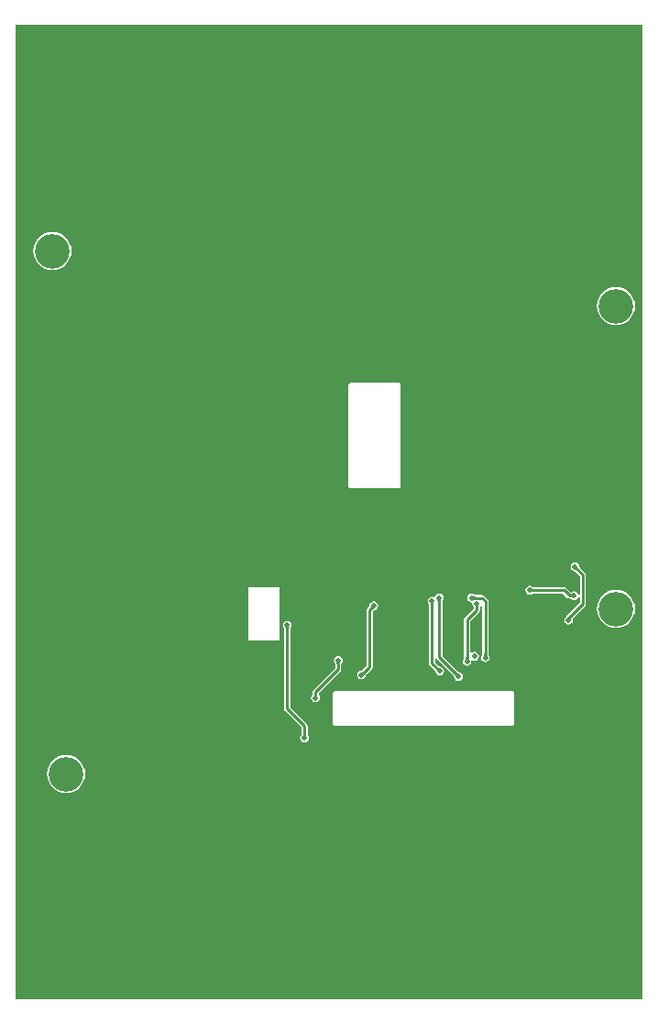
<source format=gbl>
G04*
G04 #@! TF.GenerationSoftware,Altium Limited,Altium Designer,19.0.15 (446)*
G04*
G04 Layer_Physical_Order=2*
G04 Layer_Color=16711680*
%FSLAX25Y25*%
%MOIN*%
G70*
G01*
G75*
%ADD12C,0.01000*%
%ADD81C,0.12598*%
%ADD82C,0.01968*%
%ADD83C,0.01575*%
G36*
X214600Y-176965D02*
X-13347Y-176965D01*
X-13347Y177244D01*
X214600Y177244D01*
Y-176965D01*
D02*
G37*
%LPC*%
G36*
X0Y101933D02*
X-1352Y101799D01*
X-2653Y101405D01*
X-3852Y100764D01*
X-4902Y99902D01*
X-5764Y98852D01*
X-6405Y97653D01*
X-6799Y96352D01*
X-6933Y95000D01*
X-6799Y93647D01*
X-6405Y92347D01*
X-5764Y91149D01*
X-4902Y90098D01*
X-3852Y89236D01*
X-2653Y88595D01*
X-1352Y88201D01*
X0Y88067D01*
X1352Y88201D01*
X2653Y88595D01*
X3852Y89236D01*
X4902Y90098D01*
X5764Y91149D01*
X6405Y92347D01*
X6799Y93647D01*
X6933Y95000D01*
X6799Y96352D01*
X6405Y97653D01*
X5764Y98852D01*
X4902Y99902D01*
X3852Y100764D01*
X2653Y101405D01*
X1352Y101799D01*
X0Y101933D01*
D02*
G37*
G36*
X205000Y81933D02*
X203647Y81799D01*
X202347Y81405D01*
X201149Y80764D01*
X200098Y79902D01*
X199236Y78851D01*
X198595Y77653D01*
X198201Y76353D01*
X198067Y75000D01*
X198201Y73647D01*
X198595Y72347D01*
X199236Y71149D01*
X200098Y70098D01*
X201149Y69236D01*
X202347Y68595D01*
X203647Y68201D01*
X205000Y68067D01*
X206352Y68201D01*
X207653Y68595D01*
X208852Y69236D01*
X209902Y70098D01*
X210764Y71149D01*
X211405Y72347D01*
X211799Y73647D01*
X211933Y75000D01*
X211799Y76353D01*
X211405Y77653D01*
X210764Y78851D01*
X209902Y79902D01*
X208852Y80764D01*
X207653Y81405D01*
X206352Y81799D01*
X205000Y81933D01*
D02*
G37*
G36*
X126102Y47106D02*
X108267D01*
X107808Y46916D01*
X107618Y46457D01*
Y9370D01*
X107808Y8911D01*
X108267Y8720D01*
X126102D01*
X126561Y8911D01*
X126751Y9370D01*
Y46457D01*
X126561Y46916D01*
X126102Y47106D01*
D02*
G37*
G36*
X190078Y-18174D02*
X189460Y-18297D01*
X188936Y-18647D01*
X188586Y-19171D01*
X188463Y-19789D01*
X188586Y-20407D01*
X188936Y-20931D01*
X189460Y-21281D01*
X189968Y-21382D01*
X189973Y-21385D01*
X189982Y-21391D01*
X190000Y-21406D01*
X190009Y-21409D01*
X190016Y-21414D01*
X190032Y-21417D01*
X190035Y-21418D01*
X190054Y-21428D01*
X190084Y-21448D01*
X190117Y-21472D01*
X190229Y-21567D01*
X190291Y-21627D01*
X190356Y-21652D01*
X191792Y-23088D01*
Y-29709D01*
X191292Y-29758D01*
X191256Y-29578D01*
X190906Y-29054D01*
X190382Y-28704D01*
X189764Y-28581D01*
X189146Y-28704D01*
X188715Y-28992D01*
X188710Y-28993D01*
X188699Y-28996D01*
X188676Y-28998D01*
X188667Y-29002D01*
X188659Y-29004D01*
X188645Y-29013D01*
X188643Y-29014D01*
X188622Y-29020D01*
X188587Y-29028D01*
X188555Y-29033D01*
X186965Y-27442D01*
X186601Y-27199D01*
X186172Y-27113D01*
X186171Y-27113D01*
X175144D01*
X175084Y-27086D01*
X174900Y-27079D01*
X174847Y-27074D01*
X174799Y-27066D01*
X174764Y-27059D01*
X174743Y-27052D01*
X174740Y-27051D01*
X174727Y-27042D01*
X174719Y-27040D01*
X174710Y-27036D01*
X174687Y-27034D01*
X174676Y-27032D01*
X174671Y-27030D01*
X174240Y-26743D01*
X173622Y-26620D01*
X173004Y-26743D01*
X172480Y-27093D01*
X172130Y-27617D01*
X172007Y-28235D01*
X172130Y-28853D01*
X172480Y-29377D01*
X173004Y-29727D01*
X173622Y-29850D01*
X174240Y-29727D01*
X174671Y-29440D01*
X174676Y-29438D01*
X174687Y-29436D01*
X174710Y-29434D01*
X174719Y-29429D01*
X174727Y-29428D01*
X174740Y-29419D01*
X174743Y-29418D01*
X174764Y-29411D01*
X174799Y-29404D01*
X174839Y-29397D01*
X174985Y-29386D01*
X175072Y-29384D01*
X175136Y-29357D01*
X185707D01*
X187340Y-30990D01*
X187340Y-30990D01*
X187704Y-31233D01*
X188133Y-31318D01*
X188133Y-31318D01*
X188242D01*
X188302Y-31345D01*
X188486Y-31352D01*
X188539Y-31358D01*
X188587Y-31365D01*
X188622Y-31373D01*
X188643Y-31379D01*
X188645Y-31380D01*
X188659Y-31389D01*
X188667Y-31391D01*
X188676Y-31395D01*
X188699Y-31397D01*
X188710Y-31399D01*
X188715Y-31401D01*
X189146Y-31689D01*
X189764Y-31812D01*
X190382Y-31689D01*
X190906Y-31339D01*
X191256Y-30815D01*
X191292Y-30635D01*
X191792Y-30684D01*
Y-32803D01*
X187654Y-36941D01*
X187580Y-36977D01*
X187261Y-37334D01*
X186963Y-37632D01*
X186869Y-37773D01*
X186821Y-37826D01*
X186809Y-37861D01*
X186614Y-37992D01*
X186264Y-38516D01*
X186141Y-39134D01*
X186264Y-39752D01*
X186614Y-40276D01*
X187138Y-40626D01*
X187756Y-40749D01*
X188374Y-40626D01*
X188898Y-40276D01*
X189248Y-39752D01*
X189371Y-39134D01*
X189257Y-38558D01*
X189282Y-38527D01*
X189338Y-38469D01*
X189352Y-38432D01*
X189386Y-38412D01*
X189397Y-38370D01*
X193706Y-34061D01*
X193706Y-34061D01*
X193950Y-33697D01*
X194035Y-33268D01*
Y-22624D01*
X194035Y-22624D01*
X193950Y-22195D01*
X193706Y-21831D01*
X193706Y-21831D01*
X191948Y-20072D01*
X191925Y-20010D01*
X191799Y-19875D01*
X191765Y-19834D01*
X191737Y-19795D01*
X191718Y-19765D01*
X191707Y-19746D01*
X191706Y-19743D01*
X191703Y-19727D01*
X191698Y-19720D01*
X191695Y-19711D01*
X191681Y-19693D01*
X191674Y-19683D01*
X191672Y-19679D01*
X191571Y-19171D01*
X191221Y-18647D01*
X190697Y-18297D01*
X190078Y-18174D01*
D02*
G37*
G36*
X140669Y-29408D02*
X140051Y-29531D01*
X139527Y-29881D01*
X139192Y-30382D01*
X139054Y-30538D01*
X138728Y-30673D01*
X138110Y-30550D01*
X137492Y-30673D01*
X136968Y-31023D01*
X136618Y-31547D01*
X136495Y-32165D01*
X136618Y-32783D01*
X136906Y-33214D01*
X136907Y-33219D01*
X136909Y-33230D01*
X136911Y-33253D01*
X136916Y-33262D01*
X136917Y-33270D01*
X136926Y-33284D01*
X136928Y-33286D01*
X136934Y-33307D01*
X136942Y-33342D01*
X136948Y-33382D01*
X136959Y-33529D01*
X136961Y-33615D01*
X136989Y-33679D01*
Y-54803D01*
X136989Y-54803D01*
X137074Y-55232D01*
X137317Y-55596D01*
X139076Y-57354D01*
X139099Y-57416D01*
X139224Y-57551D01*
X139258Y-57593D01*
X139286Y-57632D01*
X139305Y-57662D01*
X139316Y-57681D01*
X139317Y-57684D01*
X139320Y-57700D01*
X139325Y-57707D01*
X139328Y-57716D01*
X139343Y-57734D01*
X139349Y-57743D01*
X139352Y-57748D01*
X139453Y-58256D01*
X139803Y-58780D01*
X140327Y-59130D01*
X140945Y-59253D01*
X141563Y-59130D01*
X142087Y-58780D01*
X142437Y-58256D01*
X142560Y-57638D01*
X142437Y-57020D01*
X142087Y-56496D01*
X141563Y-56146D01*
X141055Y-56045D01*
X141050Y-56042D01*
X141041Y-56036D01*
X141023Y-56021D01*
X141014Y-56018D01*
X141007Y-56013D01*
X140991Y-56010D01*
X140988Y-56009D01*
X140969Y-55998D01*
X140939Y-55979D01*
X140906Y-55955D01*
X140795Y-55860D01*
X140732Y-55800D01*
X140668Y-55774D01*
X139232Y-54339D01*
Y-53248D01*
X139732Y-53097D01*
X139876Y-53312D01*
X145847Y-59284D01*
X145870Y-59345D01*
X145996Y-59481D01*
X146029Y-59522D01*
X146058Y-59561D01*
X146077Y-59591D01*
X146088Y-59610D01*
X146089Y-59613D01*
X146092Y-59629D01*
X146097Y-59636D01*
X146100Y-59645D01*
X146114Y-59663D01*
X146121Y-59672D01*
X146123Y-59677D01*
X146224Y-60185D01*
X146574Y-60709D01*
X147098Y-61059D01*
X147716Y-61182D01*
X148335Y-61059D01*
X148859Y-60709D01*
X149209Y-60185D01*
X149332Y-59567D01*
X149209Y-58949D01*
X148859Y-58425D01*
X148335Y-58075D01*
X147827Y-57974D01*
X147822Y-57971D01*
X147813Y-57965D01*
X147795Y-57950D01*
X147786Y-57947D01*
X147779Y-57942D01*
X147763Y-57939D01*
X147760Y-57938D01*
X147741Y-57928D01*
X147711Y-57908D01*
X147678Y-57884D01*
X147566Y-57789D01*
X147504Y-57729D01*
X147439Y-57704D01*
X141791Y-52055D01*
Y-32546D01*
X141818Y-32486D01*
X141825Y-32302D01*
X141830Y-32248D01*
X141838Y-32200D01*
X141845Y-32166D01*
X141852Y-32145D01*
X141853Y-32142D01*
X141862Y-32128D01*
X141863Y-32120D01*
X141868Y-32111D01*
X141870Y-32089D01*
X141872Y-32077D01*
X141874Y-32072D01*
X142161Y-31642D01*
X142284Y-31024D01*
X142161Y-30405D01*
X141811Y-29881D01*
X141287Y-29531D01*
X140669Y-29408D01*
D02*
G37*
G36*
X205000Y-28067D02*
X203647Y-28201D01*
X202347Y-28595D01*
X201149Y-29236D01*
X200098Y-30098D01*
X199236Y-31148D01*
X198595Y-32347D01*
X198201Y-33648D01*
X198067Y-35000D01*
X198201Y-36353D01*
X198595Y-37653D01*
X199236Y-38851D01*
X200098Y-39902D01*
X201149Y-40764D01*
X202347Y-41405D01*
X203647Y-41799D01*
X205000Y-41933D01*
X206352Y-41799D01*
X207653Y-41405D01*
X208852Y-40764D01*
X209902Y-39902D01*
X210764Y-38851D01*
X211405Y-37653D01*
X211799Y-36353D01*
X211933Y-35000D01*
X211799Y-33648D01*
X211405Y-32347D01*
X210764Y-31148D01*
X209902Y-30098D01*
X208852Y-29236D01*
X207653Y-28595D01*
X206352Y-28201D01*
X205000Y-28067D01*
D02*
G37*
G36*
X82756Y-27047D02*
X82717Y-27087D01*
X71260D01*
Y-46417D01*
X82756D01*
Y-27047D01*
D02*
G37*
G36*
X152530Y-29487D02*
X151912Y-29610D01*
X151388Y-29960D01*
X151038Y-30484D01*
X150915Y-31102D01*
X151038Y-31721D01*
X151388Y-32245D01*
X151912Y-32595D01*
X152530Y-32718D01*
X152782Y-33177D01*
X152756Y-33307D01*
X152879Y-33925D01*
X153166Y-34356D01*
X153168Y-34361D01*
X153171Y-34372D01*
X153172Y-34395D01*
X153177Y-34404D01*
X153178Y-34412D01*
X153188Y-34425D01*
X153189Y-34428D01*
X153195Y-34449D01*
X153202Y-34484D01*
X153209Y-34524D01*
X153220Y-34670D01*
X153222Y-34757D01*
X153250Y-34821D01*
Y-34928D01*
X149994Y-38183D01*
X149751Y-38547D01*
X149666Y-38976D01*
X149666Y-38976D01*
Y-52553D01*
X149638Y-52613D01*
X149632Y-52797D01*
X149626Y-52850D01*
X149619Y-52898D01*
X149611Y-52933D01*
X149605Y-52954D01*
X149604Y-52956D01*
X149595Y-52970D01*
X149593Y-52978D01*
X149589Y-52987D01*
X149587Y-53010D01*
X149584Y-53021D01*
X149583Y-53026D01*
X149295Y-53457D01*
X149172Y-54075D01*
X149295Y-54693D01*
X149645Y-55217D01*
X150169Y-55567D01*
X150787Y-55690D01*
X151406Y-55567D01*
X151930Y-55217D01*
X152280Y-54693D01*
X152403Y-54075D01*
X152380Y-53960D01*
X152830Y-53660D01*
X152886Y-53697D01*
X153504Y-53820D01*
X154122Y-53697D01*
X154646Y-53347D01*
X154996Y-52823D01*
X155119Y-52205D01*
X154996Y-51587D01*
X154646Y-51063D01*
X154122Y-50712D01*
X153504Y-50589D01*
X152886Y-50712D01*
X152409Y-51031D01*
X152187Y-50977D01*
X151909Y-50840D01*
Y-39441D01*
X155164Y-36186D01*
X155164Y-36186D01*
X155407Y-35822D01*
X155493Y-35393D01*
X155493Y-35392D01*
Y-34829D01*
X155520Y-34769D01*
X155527Y-34585D01*
X155533Y-34532D01*
X155540Y-34484D01*
X155548Y-34449D01*
X155554Y-34428D01*
X155555Y-34425D01*
X155564Y-34412D01*
X155566Y-34404D01*
X155570Y-34395D01*
X155572Y-34372D01*
X155574Y-34361D01*
X155576Y-34356D01*
X155863Y-33925D01*
X156358Y-34000D01*
Y-51234D01*
X156331Y-51294D01*
X156324Y-51478D01*
X156319Y-51531D01*
X156311Y-51579D01*
X156304Y-51614D01*
X156297Y-51635D01*
X156296Y-51638D01*
X156287Y-51651D01*
X156286Y-51659D01*
X156281Y-51668D01*
X156279Y-51691D01*
X156277Y-51702D01*
X156275Y-51707D01*
X155988Y-52138D01*
X155865Y-52756D01*
X155988Y-53374D01*
X156338Y-53898D01*
X156862Y-54248D01*
X157480Y-54371D01*
X158098Y-54248D01*
X158622Y-53898D01*
X158972Y-53374D01*
X159095Y-52756D01*
X158972Y-52138D01*
X158685Y-51707D01*
X158683Y-51702D01*
X158681Y-51691D01*
X158679Y-51668D01*
X158674Y-51659D01*
X158673Y-51651D01*
X158664Y-51637D01*
X158663Y-51635D01*
X158656Y-51614D01*
X158649Y-51579D01*
X158642Y-51539D01*
X158631Y-51393D01*
X158629Y-51306D01*
X158601Y-51242D01*
Y-32283D01*
X158602Y-32283D01*
X158516Y-31854D01*
X158273Y-31490D01*
X157092Y-30309D01*
X156728Y-30066D01*
X156299Y-29981D01*
X156299Y-29981D01*
X154052D01*
X153992Y-29953D01*
X153808Y-29947D01*
X153754Y-29941D01*
X153707Y-29934D01*
X153672Y-29926D01*
X153651Y-29920D01*
X153648Y-29919D01*
X153635Y-29910D01*
X153626Y-29908D01*
X153618Y-29904D01*
X153595Y-29902D01*
X153584Y-29899D01*
X153578Y-29898D01*
X153148Y-29610D01*
X152530Y-29487D01*
D02*
G37*
G36*
X116929Y-32243D02*
X116311Y-32366D01*
X115787Y-32716D01*
X115437Y-33240D01*
X115314Y-33858D01*
X115315Y-33865D01*
X115313Y-33869D01*
X115309Y-33883D01*
X115305Y-33890D01*
X115303Y-33900D01*
X115297Y-33912D01*
X115281Y-33938D01*
X115260Y-33968D01*
X115169Y-34076D01*
X115110Y-34137D01*
X115103Y-34154D01*
X115087Y-34162D01*
X115069Y-34218D01*
X114561Y-34725D01*
X114318Y-35089D01*
X114233Y-35518D01*
X114233Y-35518D01*
Y-55598D01*
X112685Y-57146D01*
X112623Y-57169D01*
X112488Y-57295D01*
X112446Y-57329D01*
X112407Y-57357D01*
X112377Y-57376D01*
X112358Y-57387D01*
X112355Y-57388D01*
X112339Y-57391D01*
X112332Y-57396D01*
X112323Y-57399D01*
X112306Y-57414D01*
X112296Y-57420D01*
X112291Y-57423D01*
X111783Y-57523D01*
X111259Y-57874D01*
X110909Y-58398D01*
X110786Y-59016D01*
X110909Y-59634D01*
X111259Y-60158D01*
X111783Y-60508D01*
X112402Y-60631D01*
X113020Y-60508D01*
X113544Y-60158D01*
X113894Y-59634D01*
X113995Y-59126D01*
X113997Y-59121D01*
X114004Y-59112D01*
X114018Y-59094D01*
X114022Y-59085D01*
X114026Y-59078D01*
X114029Y-59062D01*
X114031Y-59059D01*
X114041Y-59040D01*
X114060Y-59010D01*
X114084Y-58977D01*
X114179Y-58865D01*
X114240Y-58803D01*
X114265Y-58738D01*
X116147Y-56856D01*
X116147Y-56856D01*
X116391Y-56492D01*
X116476Y-56063D01*
Y-35983D01*
X116722Y-35737D01*
X116787Y-35711D01*
X116851Y-35649D01*
X116966Y-35549D01*
X117002Y-35522D01*
X117035Y-35500D01*
X117058Y-35487D01*
X117068Y-35482D01*
X117087Y-35477D01*
X117094Y-35472D01*
X117099Y-35470D01*
X117110Y-35460D01*
X117128Y-35446D01*
X117162Y-35427D01*
X117547Y-35351D01*
X118071Y-35001D01*
X118421Y-34476D01*
X118544Y-33858D01*
X118421Y-33240D01*
X118071Y-32716D01*
X117547Y-32366D01*
X116929Y-32243D01*
D02*
G37*
G36*
X103967Y-52056D02*
X103349Y-52179D01*
X102825Y-52529D01*
X102474Y-53053D01*
X102351Y-53671D01*
X102474Y-54289D01*
X102762Y-54720D01*
X102764Y-54725D01*
X102766Y-54736D01*
X102768Y-54759D01*
X102772Y-54768D01*
X102774Y-54776D01*
X102783Y-54789D01*
X102784Y-54792D01*
X102790Y-54813D01*
X102798Y-54848D01*
X102804Y-54888D01*
X102816Y-55034D01*
X102817Y-55121D01*
X102845Y-55185D01*
Y-56514D01*
X94876Y-64482D01*
X94633Y-64846D01*
X94548Y-65276D01*
X94548Y-65276D01*
Y-65801D01*
X94520Y-65861D01*
X94513Y-66045D01*
X94508Y-66098D01*
X94500Y-66146D01*
X94493Y-66181D01*
X94487Y-66202D01*
X94486Y-66205D01*
X94476Y-66218D01*
X94475Y-66226D01*
X94470Y-66235D01*
X94469Y-66258D01*
X94466Y-66269D01*
X94464Y-66274D01*
X94177Y-66705D01*
X94054Y-67323D01*
X94177Y-67941D01*
X94527Y-68465D01*
X95051Y-68815D01*
X95669Y-68938D01*
X96287Y-68815D01*
X96811Y-68465D01*
X97162Y-67941D01*
X97285Y-67323D01*
X97162Y-66705D01*
X96874Y-66274D01*
X96872Y-66269D01*
X96870Y-66258D01*
X96868Y-66235D01*
X96864Y-66226D01*
X96862Y-66218D01*
X96853Y-66205D01*
X96852Y-66202D01*
X96846Y-66181D01*
X96838Y-66146D01*
X96832Y-66106D01*
X96820Y-65960D01*
X96819Y-65873D01*
X96791Y-65809D01*
Y-65740D01*
X104760Y-57771D01*
X104760Y-57771D01*
X105003Y-57407D01*
X105088Y-56978D01*
X105088Y-56978D01*
Y-55193D01*
X105116Y-55133D01*
X105123Y-54949D01*
X105128Y-54896D01*
X105136Y-54848D01*
X105143Y-54813D01*
X105149Y-54792D01*
X105150Y-54789D01*
X105160Y-54776D01*
X105161Y-54768D01*
X105166Y-54759D01*
X105168Y-54736D01*
X105170Y-54725D01*
X105172Y-54720D01*
X105459Y-54289D01*
X105582Y-53671D01*
X105459Y-53053D01*
X105109Y-52529D01*
X104585Y-52179D01*
X103967Y-52056D01*
D02*
G37*
G36*
X167423Y-64902D02*
X102616Y-64902D01*
X102156Y-65092D01*
X101966Y-65551D01*
Y-76772D01*
X102156Y-77231D01*
X102616Y-77421D01*
X167423D01*
X167882Y-77231D01*
X168072Y-76772D01*
Y-65551D01*
X167882Y-65092D01*
X167423Y-64902D01*
D02*
G37*
G36*
X85433Y-39329D02*
X84815Y-39452D01*
X84291Y-39803D01*
X83941Y-40327D01*
X83818Y-40945D01*
X83941Y-41563D01*
X84228Y-41993D01*
X84230Y-41999D01*
X84232Y-42010D01*
X84234Y-42033D01*
X84238Y-42041D01*
X84240Y-42050D01*
X84249Y-42063D01*
X84250Y-42066D01*
X84257Y-42087D01*
X84264Y-42121D01*
X84270Y-42162D01*
X84282Y-42308D01*
X84284Y-42395D01*
X84311Y-42459D01*
Y-71260D01*
X84311Y-71260D01*
X84397Y-71689D01*
X84640Y-72053D01*
X90571Y-77984D01*
Y-80368D01*
X90544Y-80427D01*
X90537Y-80612D01*
X90532Y-80665D01*
X90524Y-80713D01*
X90517Y-80748D01*
X90510Y-80769D01*
X90509Y-80771D01*
X90500Y-80785D01*
X90499Y-80793D01*
X90494Y-80802D01*
X90492Y-80825D01*
X90490Y-80836D01*
X90488Y-80841D01*
X90201Y-81272D01*
X90078Y-81890D01*
X90201Y-82508D01*
X90551Y-83032D01*
X91075Y-83382D01*
X91693Y-83505D01*
X92311Y-83382D01*
X92835Y-83032D01*
X93185Y-82508D01*
X93308Y-81890D01*
X93185Y-81272D01*
X92898Y-80841D01*
X92896Y-80836D01*
X92894Y-80825D01*
X92892Y-80802D01*
X92887Y-80793D01*
X92886Y-80785D01*
X92877Y-80771D01*
X92875Y-80769D01*
X92869Y-80748D01*
X92862Y-80713D01*
X92855Y-80673D01*
X92844Y-80526D01*
X92842Y-80440D01*
X92814Y-80376D01*
Y-77520D01*
X92814Y-77520D01*
X92729Y-77091D01*
X92486Y-76727D01*
X92486Y-76727D01*
X86554Y-70795D01*
Y-42467D01*
X86582Y-42407D01*
X86589Y-42223D01*
X86594Y-42169D01*
X86602Y-42121D01*
X86609Y-42087D01*
X86616Y-42066D01*
X86617Y-42063D01*
X86626Y-42050D01*
X86627Y-42041D01*
X86632Y-42033D01*
X86634Y-42010D01*
X86636Y-41999D01*
X86638Y-41993D01*
X86925Y-41563D01*
X87048Y-40945D01*
X86925Y-40327D01*
X86575Y-39803D01*
X86051Y-39452D01*
X85433Y-39329D01*
D02*
G37*
G36*
X5000Y-88067D02*
X3647Y-88201D01*
X2347Y-88595D01*
X1149Y-89236D01*
X98Y-90098D01*
X-764Y-91149D01*
X-1405Y-92347D01*
X-1799Y-93647D01*
X-1933Y-95000D01*
X-1799Y-96352D01*
X-1405Y-97653D01*
X-764Y-98852D01*
X98Y-99902D01*
X1149Y-100764D01*
X2347Y-101405D01*
X3647Y-101799D01*
X5000Y-101933D01*
X6352Y-101799D01*
X7653Y-101405D01*
X8851Y-100764D01*
X9902Y-99902D01*
X10764Y-98852D01*
X11405Y-97653D01*
X11799Y-96352D01*
X11933Y-95000D01*
X11799Y-93647D01*
X11405Y-92347D01*
X10764Y-91149D01*
X9902Y-90098D01*
X8851Y-89236D01*
X7653Y-88595D01*
X6352Y-88201D01*
X5000Y-88067D01*
D02*
G37*
%LPD*%
G36*
X191066Y-19853D02*
X191077Y-19910D01*
X191096Y-19969D01*
X191123Y-20030D01*
X191158Y-20095D01*
X191200Y-20161D01*
X191251Y-20230D01*
X191309Y-20302D01*
X191449Y-20452D01*
X190742Y-21160D01*
X190665Y-21086D01*
X190520Y-20961D01*
X190451Y-20911D01*
X190384Y-20868D01*
X190320Y-20834D01*
X190258Y-20807D01*
X190199Y-20788D01*
X190142Y-20777D01*
X190088Y-20773D01*
X191063Y-19799D01*
X191066Y-19853D01*
D02*
G37*
G36*
X174366Y-27582D02*
X174414Y-27614D01*
X174469Y-27642D01*
X174531Y-27667D01*
X174601Y-27688D01*
X174679Y-27705D01*
X174763Y-27718D01*
X174855Y-27727D01*
X175060Y-27735D01*
Y-28735D01*
X174954Y-28737D01*
X174763Y-28752D01*
X174679Y-28765D01*
X174601Y-28782D01*
X174531Y-28803D01*
X174469Y-28828D01*
X174414Y-28856D01*
X174366Y-28888D01*
X174325Y-28924D01*
Y-27546D01*
X174366Y-27582D01*
D02*
G37*
G36*
X189061Y-30885D02*
X189020Y-30849D01*
X188972Y-30817D01*
X188917Y-30789D01*
X188854Y-30764D01*
X188784Y-30744D01*
X188707Y-30727D01*
X188623Y-30713D01*
X188531Y-30704D01*
X188325Y-30696D01*
Y-29696D01*
X188432Y-29695D01*
X188623Y-29679D01*
X188707Y-29666D01*
X188784Y-29649D01*
X188854Y-29628D01*
X188917Y-29604D01*
X188972Y-29575D01*
X189020Y-29543D01*
X189061Y-29507D01*
Y-30885D01*
D02*
G37*
G36*
X188869Y-38019D02*
X188795Y-38097D01*
X188678Y-38241D01*
X188635Y-38307D01*
X188603Y-38369D01*
X188581Y-38428D01*
X188569Y-38482D01*
X188568Y-38533D01*
X188578Y-38581D01*
X188598Y-38624D01*
X187306Y-38259D01*
X188065Y-37409D01*
X188869Y-38019D01*
D02*
G37*
G36*
X141322Y-31767D02*
X141290Y-31815D01*
X141262Y-31870D01*
X141237Y-31933D01*
X141216Y-32003D01*
X141199Y-32080D01*
X141186Y-32165D01*
X141177Y-32256D01*
X141169Y-32462D01*
X140169D01*
X140167Y-32355D01*
X140152Y-32165D01*
X140139Y-32080D01*
X140122Y-32003D01*
X140101Y-31933D01*
X140076Y-31870D01*
X140048Y-31815D01*
X140016Y-31767D01*
X139980Y-31727D01*
X141358D01*
X141322Y-31767D01*
D02*
G37*
G36*
X138763Y-32909D02*
X138731Y-32957D01*
X138703Y-33012D01*
X138678Y-33075D01*
X138657Y-33145D01*
X138640Y-33222D01*
X138627Y-33306D01*
X138618Y-33398D01*
X138610Y-33604D01*
X137610D01*
X137608Y-33497D01*
X137593Y-33306D01*
X137580Y-33222D01*
X137563Y-33145D01*
X137542Y-33075D01*
X137518Y-33012D01*
X137489Y-32957D01*
X137457Y-32909D01*
X137421Y-32868D01*
X138799D01*
X138763Y-32909D01*
D02*
G37*
G36*
X140358Y-56341D02*
X140504Y-56465D01*
X140573Y-56516D01*
X140639Y-56558D01*
X140703Y-56593D01*
X140765Y-56620D01*
X140824Y-56639D01*
X140881Y-56650D01*
X140935Y-56654D01*
X139961Y-57628D01*
X139957Y-57574D01*
X139946Y-57517D01*
X139927Y-57458D01*
X139900Y-57396D01*
X139865Y-57332D01*
X139823Y-57266D01*
X139772Y-57196D01*
X139714Y-57125D01*
X139574Y-56974D01*
X140281Y-56267D01*
X140358Y-56341D01*
D02*
G37*
G36*
X147130Y-58270D02*
X147275Y-58394D01*
X147344Y-58445D01*
X147411Y-58487D01*
X147475Y-58522D01*
X147537Y-58549D01*
X147596Y-58568D01*
X147652Y-58579D01*
X147707Y-58583D01*
X146732Y-59557D01*
X146729Y-59503D01*
X146718Y-59446D01*
X146699Y-59387D01*
X146672Y-59325D01*
X146637Y-59261D01*
X146595Y-59195D01*
X146544Y-59126D01*
X146486Y-59054D01*
X146346Y-58903D01*
X147053Y-58196D01*
X147130Y-58270D01*
D02*
G37*
G36*
X153273Y-30449D02*
X153321Y-30481D01*
X153377Y-30510D01*
X153439Y-30534D01*
X153509Y-30555D01*
X153586Y-30572D01*
X153671Y-30585D01*
X153763Y-30595D01*
X153968Y-30602D01*
Y-31602D01*
X153862Y-31604D01*
X153671Y-31619D01*
X153586Y-31633D01*
X153509Y-31650D01*
X153439Y-31670D01*
X153377Y-31695D01*
X153321Y-31723D01*
X153273Y-31755D01*
X153233Y-31791D01*
Y-30413D01*
X153273Y-30449D01*
D02*
G37*
G36*
X155024Y-34051D02*
X154992Y-34099D01*
X154964Y-34154D01*
X154939Y-34216D01*
X154918Y-34286D01*
X154901Y-34364D01*
X154888Y-34448D01*
X154879Y-34540D01*
X154871Y-34745D01*
X153871D01*
X153869Y-34639D01*
X153854Y-34448D01*
X153841Y-34364D01*
X153824Y-34286D01*
X153803Y-34216D01*
X153779Y-34154D01*
X153750Y-34099D01*
X153718Y-34051D01*
X153682Y-34010D01*
X155060D01*
X155024Y-34051D01*
D02*
G37*
G36*
X157982Y-51424D02*
X157997Y-51615D01*
X158010Y-51699D01*
X158027Y-51776D01*
X158048Y-51846D01*
X158073Y-51909D01*
X158101Y-51964D01*
X158133Y-52012D01*
X158169Y-52053D01*
X156791D01*
X156827Y-52012D01*
X156859Y-51964D01*
X156887Y-51909D01*
X156912Y-51846D01*
X156933Y-51776D01*
X156950Y-51699D01*
X156963Y-51615D01*
X156972Y-51523D01*
X156980Y-51318D01*
X157980D01*
X157982Y-51424D01*
D02*
G37*
G36*
X151289Y-52743D02*
X151304Y-52934D01*
X151318Y-53018D01*
X151335Y-53095D01*
X151355Y-53165D01*
X151380Y-53228D01*
X151408Y-53283D01*
X151441Y-53331D01*
X151476Y-53372D01*
X150098D01*
X150134Y-53331D01*
X150166Y-53283D01*
X150195Y-53228D01*
X150219Y-53165D01*
X150240Y-53095D01*
X150257Y-53018D01*
X150270Y-52934D01*
X150280Y-52842D01*
X150287Y-52636D01*
X151287D01*
X151289Y-52743D01*
D02*
G37*
G36*
X116980Y-34841D02*
X116927Y-34848D01*
X116873Y-34861D01*
X116815Y-34883D01*
X116755Y-34912D01*
X116692Y-34949D01*
X116626Y-34993D01*
X116557Y-35044D01*
X116412Y-35170D01*
X116335Y-35244D01*
X115578Y-34588D01*
X115652Y-34511D01*
X115775Y-34365D01*
X115824Y-34295D01*
X115865Y-34228D01*
X115898Y-34164D01*
X115922Y-34101D01*
X115939Y-34041D01*
X115947Y-33984D01*
X115947Y-33928D01*
X116980Y-34841D01*
D02*
G37*
G36*
X113772Y-58352D02*
X113698Y-58429D01*
X113574Y-58574D01*
X113524Y-58644D01*
X113481Y-58710D01*
X113446Y-58774D01*
X113419Y-58836D01*
X113400Y-58895D01*
X113389Y-58952D01*
X113386Y-59006D01*
X112411Y-58032D01*
X112466Y-58028D01*
X112522Y-58017D01*
X112581Y-57998D01*
X112643Y-57971D01*
X112707Y-57936D01*
X112774Y-57894D01*
X112843Y-57843D01*
X112914Y-57785D01*
X113065Y-57645D01*
X113772Y-58352D01*
D02*
G37*
G36*
X104620Y-54415D02*
X104588Y-54463D01*
X104559Y-54518D01*
X104535Y-54580D01*
X104514Y-54650D01*
X104497Y-54728D01*
X104484Y-54812D01*
X104474Y-54904D01*
X104467Y-55109D01*
X103467D01*
X103465Y-55003D01*
X103450Y-54812D01*
X103437Y-54728D01*
X103420Y-54650D01*
X103399Y-54580D01*
X103374Y-54518D01*
X103346Y-54463D01*
X103314Y-54415D01*
X103278Y-54374D01*
X104656D01*
X104620Y-54415D01*
D02*
G37*
G36*
X96171Y-65991D02*
X96186Y-66182D01*
X96200Y-66266D01*
X96216Y-66343D01*
X96237Y-66413D01*
X96262Y-66476D01*
X96290Y-66531D01*
X96322Y-66579D01*
X96358Y-66620D01*
X94980D01*
X95016Y-66579D01*
X95048Y-66531D01*
X95077Y-66476D01*
X95101Y-66413D01*
X95122Y-66343D01*
X95139Y-66266D01*
X95152Y-66182D01*
X95162Y-66090D01*
X95169Y-65885D01*
X96169D01*
X96171Y-65991D01*
D02*
G37*
G36*
X86086Y-41688D02*
X86054Y-41736D01*
X86026Y-41792D01*
X86001Y-41854D01*
X85980Y-41924D01*
X85963Y-42001D01*
X85950Y-42086D01*
X85940Y-42178D01*
X85933Y-42383D01*
X84933D01*
X84931Y-42277D01*
X84916Y-42086D01*
X84903Y-42001D01*
X84886Y-41924D01*
X84865Y-41854D01*
X84840Y-41792D01*
X84812Y-41736D01*
X84780Y-41688D01*
X84744Y-41648D01*
X86122D01*
X86086Y-41688D01*
D02*
G37*
G36*
X92195Y-80558D02*
X92210Y-80749D01*
X92223Y-80833D01*
X92240Y-80910D01*
X92261Y-80980D01*
X92286Y-81043D01*
X92314Y-81098D01*
X92346Y-81146D01*
X92382Y-81187D01*
X91004D01*
X91040Y-81146D01*
X91072Y-81098D01*
X91100Y-81043D01*
X91125Y-80980D01*
X91146Y-80910D01*
X91163Y-80833D01*
X91176Y-80749D01*
X91185Y-80657D01*
X91193Y-80451D01*
X92193D01*
X92195Y-80558D01*
D02*
G37*
D12*
X95669Y-65276D02*
X103967Y-56978D01*
Y-53671D01*
X140669Y-52519D02*
X147716Y-59567D01*
X140669Y-52519D02*
Y-31024D01*
X138110Y-54803D02*
Y-32165D01*
Y-54803D02*
X140945Y-57638D01*
X150787Y-38976D02*
X154371Y-35393D01*
Y-33307D01*
X187756Y-39134D02*
Y-38425D01*
X192913Y-33268D01*
X95669Y-67323D02*
Y-65276D01*
X91693Y-81890D02*
Y-77520D01*
X85433Y-71260D02*
X91693Y-77520D01*
X85433Y-71260D02*
Y-40945D01*
X188133Y-30196D02*
X189764D01*
X186172Y-28235D02*
X188133Y-30196D01*
X173622Y-28235D02*
X186172D01*
X190078Y-19789D02*
X192913Y-22624D01*
Y-33268D02*
Y-22624D01*
X152530Y-31102D02*
X156299D01*
X157480Y-32283D01*
Y-52756D02*
Y-32283D01*
X150787Y-54075D02*
Y-38976D01*
X112402Y-59016D02*
X115354Y-56063D01*
Y-35518D02*
X116929Y-33944D01*
X115354Y-56063D02*
Y-35518D01*
X116929Y-33944D02*
Y-33858D01*
D81*
X5000Y-95000D02*
D03*
X0Y95000D02*
D03*
X205000Y-35000D02*
D03*
Y75000D02*
D03*
D82*
X131260Y-94095D02*
D03*
X148568Y-40945D02*
D03*
X142960Y-41043D02*
D03*
X82756Y-48581D02*
D03*
X103967Y-53671D02*
D03*
X193701Y-5591D02*
D03*
X180630Y5118D02*
D03*
X148123Y-3740D02*
D03*
X148425Y-18647D02*
D03*
X160567Y-22624D02*
D03*
X160423Y-15994D02*
D03*
X175809Y-33268D02*
D03*
X165771Y-33096D02*
D03*
X213071Y-21621D02*
D03*
Y-44488D02*
D03*
X183839Y-95990D02*
D03*
X181988Y-111269D02*
D03*
X168789Y-120866D02*
D03*
X152380Y-120472D02*
D03*
X139876Y-120866D02*
D03*
X117068D02*
D03*
X103543D02*
D03*
X94272D02*
D03*
X85000D02*
D03*
X75197D02*
D03*
X64567Y-120472D02*
D03*
X51968D02*
D03*
X35251Y-109319D02*
D03*
X108866Y80500D02*
D03*
X90732Y50394D02*
D03*
X78347D02*
D03*
X60729Y-9764D02*
D03*
X60630Y28346D02*
D03*
X62205Y-44367D02*
D03*
X74410Y-54089D02*
D03*
X82009Y-75323D02*
D03*
X73741Y-75386D02*
D03*
X64067Y-75095D02*
D03*
X108504Y105748D02*
D03*
Y96653D02*
D03*
X120905Y96929D02*
D03*
X120591Y105709D02*
D03*
X78819Y-104370D02*
D03*
X149535Y-104331D02*
D03*
X166063Y-104567D02*
D03*
X104646Y-87520D02*
D03*
X116575Y-86929D02*
D03*
X135118Y-86693D02*
D03*
X154606Y-88622D02*
D03*
X171876Y-88110D02*
D03*
X176574Y-69410D02*
D03*
X184685Y-55748D02*
D03*
X171260Y-56260D02*
D03*
X152530Y-31102D02*
D03*
X140669Y-31024D02*
D03*
X138110Y-32165D02*
D03*
X140945Y-57638D02*
D03*
X147716Y-59567D02*
D03*
X154371Y-33307D02*
D03*
X187756Y-39134D02*
D03*
X164960Y-48425D02*
D03*
X53543Y-98032D02*
D03*
Y-103937D02*
D03*
X44488D02*
D03*
Y-98425D02*
D03*
X85433Y-40945D02*
D03*
X85197Y-36492D02*
D03*
Y-34384D02*
D03*
X95064Y-44094D02*
D03*
Y-48976D02*
D03*
X173937Y-8071D02*
D03*
Y-12402D02*
D03*
X169606Y-8071D02*
D03*
Y-12402D02*
D03*
X106469Y-36220D02*
D03*
X103463Y-38327D02*
D03*
X103543Y-34478D02*
D03*
X91693Y-81890D02*
D03*
X95669Y-67323D02*
D03*
X173622Y-28235D02*
D03*
X189764Y-30196D02*
D03*
X157480Y-52756D02*
D03*
X190078Y-19789D02*
D03*
X112402Y-59016D02*
D03*
X150787Y-54075D02*
D03*
X111417Y-39764D02*
D03*
X118110Y-53622D02*
D03*
X105512Y-49095D02*
D03*
X116929Y-33858D02*
D03*
X153504Y-52205D02*
D03*
X143871Y2956D02*
D03*
X185827Y-76772D02*
D03*
X1651Y79809D02*
D03*
X14047Y80110D02*
D03*
X24151Y80219D02*
D03*
X35251Y80519D02*
D03*
X71851Y80610D02*
D03*
X65251Y80309D02*
D03*
X58951D02*
D03*
X75551Y14510D02*
D03*
X85951Y3509D02*
D03*
X99100Y79900D02*
D03*
X96663Y-34384D02*
D03*
Y-37084D02*
D03*
X103463Y-17300D02*
D03*
X114600Y-23100D02*
D03*
X18996Y-110236D02*
D03*
X7874D02*
D03*
X-4213D02*
D03*
Y-80606D02*
D03*
Y-70866D02*
D03*
Y-59055D02*
D03*
Y-48465D02*
D03*
Y-38504D02*
D03*
Y-28740D02*
D03*
Y-18622D02*
D03*
Y-7874D02*
D03*
Y2618D02*
D03*
Y12717D02*
D03*
Y23634D02*
D03*
Y35000D02*
D03*
Y46775D02*
D03*
Y62992D02*
D03*
X27650Y110425D02*
D03*
X38996Y118110D02*
D03*
X54331D02*
D03*
X64665D02*
D03*
X74685D02*
D03*
X84567D02*
D03*
X94606D02*
D03*
X104980D02*
D03*
X114980D02*
D03*
X122835D02*
D03*
X131102D02*
D03*
X140551D02*
D03*
X148459D02*
D03*
X212598Y111653D02*
D03*
X212677Y93740D02*
D03*
X212598Y78607D02*
D03*
Y59213D02*
D03*
X185984Y80910D02*
D03*
X174980D02*
D03*
X120800Y80500D02*
D03*
X127800Y80600D02*
D03*
X137008Y70866D02*
D03*
Y59213D02*
D03*
Y34646D02*
D03*
X137598Y9636D02*
D03*
X128701Y2618D02*
D03*
X114567D02*
D03*
X138189Y-7874D02*
D03*
X135707Y-14815D02*
D03*
X143189Y55118D02*
D03*
X144095Y71378D02*
D03*
X156675Y70866D02*
D03*
X171890Y55118D02*
D03*
X180822Y46775D02*
D03*
Y32677D02*
D03*
Y18681D02*
D03*
X144095Y31496D02*
D03*
X119567Y-24764D02*
D03*
X114567Y-31496D02*
D03*
X97953Y-13071D02*
D03*
X95551Y-5591D02*
D03*
X81043Y-9843D02*
D03*
X104291Y-27244D02*
D03*
X90563Y-26428D02*
D03*
X164016Y-53622D02*
D03*
X129291D02*
D03*
X51300Y-80606D02*
D03*
X40138D02*
D03*
X28110Y-80229D02*
D03*
X16358D02*
D03*
X213071Y-9154D02*
D03*
X212677Y-86850D02*
D03*
Y-94488D02*
D03*
Y-102362D02*
D03*
Y-110236D02*
D03*
X110517Y84358D02*
D03*
Y92558D02*
D03*
X100417Y91957D02*
D03*
X100617Y84457D02*
D03*
X121929Y-41142D02*
D03*
X128701Y-41102D02*
D03*
X120709Y-33268D02*
D03*
X132283D02*
D03*
X-4213Y83819D02*
D03*
X-787Y110425D02*
D03*
X55276Y-110236D02*
D03*
X63150D02*
D03*
X71024D02*
D03*
X78898D02*
D03*
X94646D02*
D03*
X102520D02*
D03*
X118268D02*
D03*
X126142D02*
D03*
X141890D02*
D03*
X173386D02*
D03*
X189134D02*
D03*
X197008D02*
D03*
X7087Y110425D02*
D03*
X14961D02*
D03*
X156260Y111653D02*
D03*
X164134D02*
D03*
X172008D02*
D03*
X179882D02*
D03*
X187756D02*
D03*
X196850D02*
D03*
X204724D02*
D03*
X202835Y95000D02*
D03*
X202382Y84429D02*
D03*
X202835Y47756D02*
D03*
X212677Y45000D02*
D03*
Y37126D02*
D03*
Y29252D02*
D03*
Y21378D02*
D03*
Y5630D02*
D03*
X213071Y-61457D02*
D03*
X212677Y-73110D02*
D03*
Y-80984D02*
D03*
X197559Y-27402D02*
D03*
X195394Y-86850D02*
D03*
D83*
X174126Y-23606D02*
D03*
X176266Y-23425D02*
D03*
M02*

</source>
